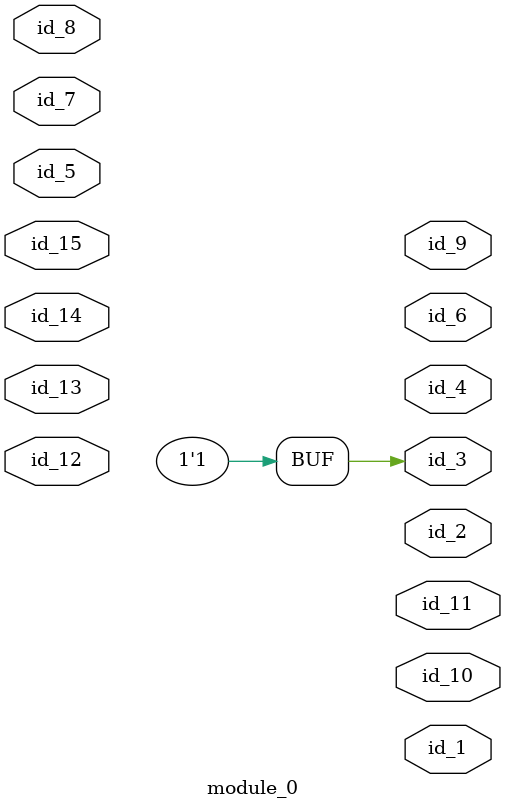
<source format=v>
module module_0 (
    id_1,
    id_2,
    id_3,
    id_4,
    id_5,
    id_6,
    id_7,
    id_8,
    id_9,
    id_10,
    id_11,
    id_12,
    id_13,
    id_14,
    id_15
);
  input id_15;
  input id_14;
  input id_13;
  input id_12;
  output id_11;
  output id_10;
  output id_9;
  input id_8;
  input id_7;
  output id_6;
  input id_5;
  output id_4;
  output id_3;
  output id_2;
  output id_1;
  assign id_3 = 1;
  assign id_3[1] = id_12 ? id_1 ^ 1 : id_3 * "";
endmodule

</source>
